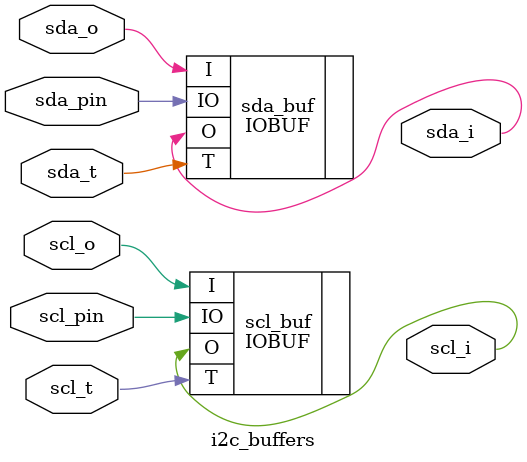
<source format=sv>
`timescale 1ns / 1ps

module i2c_buffers
(
    output sda_i,
    input  sda_o,
    input  sda_t,

    output scl_i,
    input  scl_o,
    input  scl_t,
    
    inout sda_pin,
    inout scl_pin
);

    IOBUF sda_buf (.IO(sda_pin), .I(sda_o), .O(sda_i), .T(sda_t));
    IOBUF scl_buf (.IO(scl_pin), .I(scl_o), .O(scl_i), .T(scl_t));

endmodule

</source>
